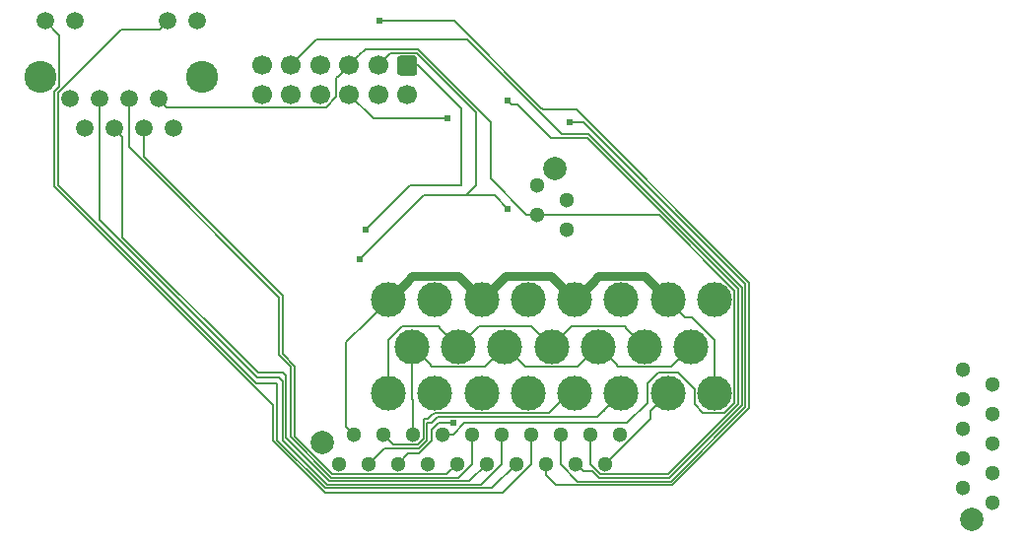
<source format=gtl>
G04 #@! TF.GenerationSoftware,KiCad,Pcbnew,5.0.2-bee76a0~70~ubuntu18.04.1*
G04 #@! TF.CreationDate,2019-04-15T21:31:07-04:00*
G04 #@! TF.ProjectId,DR_InterfaceBoard,44525f49-6e74-4657-9266-616365426f61,rev?*
G04 #@! TF.SameCoordinates,Original*
G04 #@! TF.FileFunction,Copper,L1,Top*
G04 #@! TF.FilePolarity,Positive*
%FSLAX46Y46*%
G04 Gerber Fmt 4.6, Leading zero omitted, Abs format (unit mm)*
G04 Created by KiCad (PCBNEW 5.0.2-bee76a0~70~ubuntu18.04.1) date Mon 15 Apr 2019 09:31:07 PM EDT*
%MOMM*%
%LPD*%
G01*
G04 APERTURE LIST*
G04 #@! TA.AperFunction,ComponentPad*
%ADD10C,3.000000*%
G04 #@! TD*
G04 #@! TA.AperFunction,ComponentPad*
%ADD11C,2.000000*%
G04 #@! TD*
G04 #@! TA.AperFunction,ComponentPad*
%ADD12C,1.300000*%
G04 #@! TD*
G04 #@! TA.AperFunction,ComponentPad*
%ADD13C,1.500000*%
G04 #@! TD*
G04 #@! TA.AperFunction,ComponentPad*
%ADD14C,2.750000*%
G04 #@! TD*
G04 #@! TA.AperFunction,Conductor*
%ADD15C,0.100000*%
G04 #@! TD*
G04 #@! TA.AperFunction,ComponentPad*
%ADD16C,1.700000*%
G04 #@! TD*
G04 #@! TA.AperFunction,ViaPad*
%ADD17C,0.609600*%
G04 #@! TD*
G04 #@! TA.AperFunction,Conductor*
%ADD18C,0.152400*%
G04 #@! TD*
G04 #@! TA.AperFunction,Conductor*
%ADD19C,0.762000*%
G04 #@! TD*
G04 APERTURE END LIST*
D10*
G04 #@! TO.P,J4,23*
G04 #@! TO.N,/CANL*
X67481000Y-68270000D03*
G04 #@! TO.P,J4,17*
G04 #@! TO.N,/RTD_LSD*
X91481000Y-68270000D03*
G04 #@! TO.P,J4,18*
G04 #@! TO.N,/STR_POT+*
X87481000Y-68270000D03*
G04 #@! TO.P,J4,19*
G04 #@! TO.N,/STR_POT_SENSE*
X83481000Y-68270000D03*
G04 #@! TO.P,J4,20*
G04 #@! TO.N,/STR_POT-*
X79481000Y-68270000D03*
G04 #@! TO.P,J4,21*
G04 #@! TO.N,/SCL*
X75481000Y-68270000D03*
G04 #@! TO.P,J4,22*
G04 #@! TO.N,/SDA*
X71481000Y-68270000D03*
G04 #@! TO.P,J4,10*
G04 #@! TO.N,/CANL*
X89481000Y-64270000D03*
G04 #@! TO.P,J4,11*
G04 #@! TO.N,/CANH*
X85481000Y-64270000D03*
G04 #@! TO.P,J4,13*
X77481000Y-64270000D03*
G04 #@! TO.P,J4,12*
G04 #@! TO.N,/CANL*
X81481000Y-64270000D03*
G04 #@! TO.P,J4,14*
X73481000Y-64270000D03*
G04 #@! TO.P,J4,15*
G04 #@! TO.N,/CANH*
X69481000Y-64270000D03*
G04 #@! TO.P,J4,8*
G04 #@! TO.N,+12V*
X67481000Y-60270000D03*
G04 #@! TO.P,J4,7*
G04 #@! TO.N,GND*
X71481000Y-60270000D03*
G04 #@! TO.P,J4,6*
G04 #@! TO.N,+12V*
X75481000Y-60270000D03*
G04 #@! TO.P,J4,4*
X83481000Y-60270000D03*
G04 #@! TO.P,J4,5*
G04 #@! TO.N,GND*
X79481000Y-60270000D03*
G04 #@! TO.P,J4,3*
X87481000Y-60270000D03*
G04 #@! TO.P,J4,2*
G04 #@! TO.N,+12V*
X91481000Y-60270000D03*
G04 #@! TO.P,J4,16*
X95481000Y-68270000D03*
G04 #@! TO.P,J4,9*
G04 #@! TO.N,/CANH*
X93481000Y-64270000D03*
G04 #@! TO.P,J4,1*
G04 #@! TO.N,GND*
X95481000Y-60270000D03*
G04 #@! TD*
D11*
G04 #@! TO.P,J1,11*
G04 #@! TO.N,N/C*
X117580000Y-79124000D03*
D12*
G04 #@! TO.P,J1,10*
G04 #@! TO.N,Net-(J1-Pad10)*
X116840000Y-66294000D03*
G04 #@! TO.P,J1,9*
G04 #@! TO.N,Net-(J1-Pad9)*
X119380000Y-67564000D03*
G04 #@! TO.P,J1,8*
G04 #@! TO.N,Net-(J1-Pad8)*
X116840000Y-68834000D03*
G04 #@! TO.P,J1,6*
G04 #@! TO.N,Net-(J1-Pad6)*
X116840000Y-71374000D03*
G04 #@! TO.P,J1,4*
G04 #@! TO.N,Net-(J1-Pad4)*
X116840000Y-73914000D03*
G04 #@! TO.P,J1,2*
G04 #@! TO.N,Net-(J1-Pad2)*
X116840000Y-76454000D03*
G04 #@! TO.P,J1,7*
G04 #@! TO.N,Net-(J1-Pad7)*
X119380000Y-70104000D03*
G04 #@! TO.P,J1,1*
G04 #@! TO.N,Net-(J1-Pad1)*
X119380000Y-77724000D03*
G04 #@! TO.P,J1,3*
G04 #@! TO.N,Net-(J1-Pad3)*
X119380000Y-75184000D03*
G04 #@! TO.P,J1,5*
G04 #@! TO.N,Net-(J1-Pad5)*
X119380000Y-72644000D03*
G04 #@! TD*
D11*
G04 #@! TO.P,J2,21*
G04 #@! TO.N,N/C*
X61812530Y-72553740D03*
D12*
G04 #@! TO.P,J2,20*
G04 #@! TO.N,Net-(J2-Pad20)*
X87342530Y-71813740D03*
G04 #@! TO.P,J2,19*
G04 #@! TO.N,/RTD_LSD*
X86072530Y-74353740D03*
G04 #@! TO.P,J2,18*
G04 #@! TO.N,/IMD_LED*
X84802530Y-71813740D03*
G04 #@! TO.P,J2,17*
G04 #@! TO.N,/BMS_LED*
X83532530Y-74353740D03*
G04 #@! TO.P,J2,16*
G04 #@! TO.N,/START_BTN*
X82262530Y-71813740D03*
G04 #@! TO.P,J2,15*
G04 #@! TO.N,/START_LED*
X80992530Y-74353740D03*
G04 #@! TO.P,J2,14*
G04 #@! TO.N,/RJ45_LED2*
X79722530Y-71813740D03*
G04 #@! TO.P,J2,13*
G04 #@! TO.N,/RJ45_LED1*
X78452530Y-74353740D03*
G04 #@! TO.P,J2,12*
G04 #@! TO.N,/RESET*
X77182530Y-71813740D03*
G04 #@! TO.P,J2,11*
G04 #@! TO.N,/SCK*
X75912530Y-74353740D03*
G04 #@! TO.P,J2,10*
G04 #@! TO.N,/MISO*
X74642530Y-71813740D03*
G04 #@! TO.P,J2,9*
G04 #@! TO.N,/MOSI*
X73372530Y-74353740D03*
G04 #@! TO.P,J2,8*
G04 #@! TO.N,+5V*
X72102530Y-71813740D03*
G04 #@! TO.P,J2,6*
G04 #@! TO.N,/CANH*
X69562530Y-71813740D03*
G04 #@! TO.P,J2,4*
G04 #@! TO.N,/STR_POT_SENSE*
X67022530Y-71813740D03*
G04 #@! TO.P,J2,2*
G04 #@! TO.N,+12V*
X64482530Y-71813740D03*
G04 #@! TO.P,J2,7*
G04 #@! TO.N,/CANL*
X70832530Y-74353740D03*
G04 #@! TO.P,J2,1*
G04 #@! TO.N,GND*
X63212530Y-74353740D03*
G04 #@! TO.P,J2,3*
G04 #@! TO.N,/STR_POT+*
X65752530Y-74353740D03*
G04 #@! TO.P,J2,5*
G04 #@! TO.N,/STR_POT-*
X68292530Y-74353740D03*
G04 #@! TD*
D11*
G04 #@! TO.P,J3,5*
G04 #@! TO.N,N/C*
X81764000Y-49019000D03*
D12*
G04 #@! TO.P,J3,4*
G04 #@! TO.N,GND*
X82804000Y-54229000D03*
G04 #@! TO.P,J3,2*
G04 #@! TO.N,/SDA*
X82804000Y-51689000D03*
G04 #@! TO.P,J3,1*
G04 #@! TO.N,/SCL*
X80264000Y-50419000D03*
G04 #@! TO.P,J3,3*
G04 #@! TO.N,+5V*
X80264000Y-52959000D03*
G04 #@! TD*
D13*
G04 #@! TO.P,U1,12*
G04 #@! TO.N,/RJ45_LED2*
X37973000Y-36322000D03*
G04 #@! TO.P,U1,11*
G04 #@! TO.N,GND*
X40513000Y-36322000D03*
G04 #@! TO.P,U1,9*
X51073000Y-36322000D03*
G04 #@! TO.P,U1,10*
G04 #@! TO.N,/RJ45_LED1*
X48533000Y-36322000D03*
G04 #@! TO.P,U1,1*
G04 #@! TO.N,/CANL*
X40073000Y-42952000D03*
G04 #@! TO.P,U1,3*
G04 #@! TO.N,/RESET*
X42613000Y-42952000D03*
G04 #@! TO.P,U1,5*
G04 #@! TO.N,/MISO*
X45153000Y-42952000D03*
G04 #@! TO.P,U1,7*
G04 #@! TO.N,+5V*
X47693000Y-42952000D03*
G04 #@! TO.P,U1,2*
G04 #@! TO.N,/CANH*
X41343000Y-45492000D03*
G04 #@! TO.P,U1,4*
G04 #@! TO.N,/SCK*
X43883000Y-45492000D03*
G04 #@! TO.P,U1,6*
G04 #@! TO.N,/MOSI*
X46423000Y-45492000D03*
G04 #@! TO.P,U1,8*
G04 #@! TO.N,GND*
X48963000Y-45492000D03*
D14*
G04 #@! TO.P,U1,13*
X37573000Y-41072000D03*
G04 #@! TO.P,U1,14*
X51473000Y-41072000D03*
G04 #@! TD*
D15*
G04 #@! TO.N,/SCL*
G04 #@! TO.C,J5*
G36*
X69712504Y-39283204D02*
X69736773Y-39286804D01*
X69760571Y-39292765D01*
X69783671Y-39301030D01*
X69805849Y-39311520D01*
X69826893Y-39324133D01*
X69846598Y-39338747D01*
X69864777Y-39355223D01*
X69881253Y-39373402D01*
X69895867Y-39393107D01*
X69908480Y-39414151D01*
X69918970Y-39436329D01*
X69927235Y-39459429D01*
X69933196Y-39483227D01*
X69936796Y-39507496D01*
X69938000Y-39532000D01*
X69938000Y-40732000D01*
X69936796Y-40756504D01*
X69933196Y-40780773D01*
X69927235Y-40804571D01*
X69918970Y-40827671D01*
X69908480Y-40849849D01*
X69895867Y-40870893D01*
X69881253Y-40890598D01*
X69864777Y-40908777D01*
X69846598Y-40925253D01*
X69826893Y-40939867D01*
X69805849Y-40952480D01*
X69783671Y-40962970D01*
X69760571Y-40971235D01*
X69736773Y-40977196D01*
X69712504Y-40980796D01*
X69688000Y-40982000D01*
X68488000Y-40982000D01*
X68463496Y-40980796D01*
X68439227Y-40977196D01*
X68415429Y-40971235D01*
X68392329Y-40962970D01*
X68370151Y-40952480D01*
X68349107Y-40939867D01*
X68329402Y-40925253D01*
X68311223Y-40908777D01*
X68294747Y-40890598D01*
X68280133Y-40870893D01*
X68267520Y-40849849D01*
X68257030Y-40827671D01*
X68248765Y-40804571D01*
X68242804Y-40780773D01*
X68239204Y-40756504D01*
X68238000Y-40732000D01*
X68238000Y-39532000D01*
X68239204Y-39507496D01*
X68242804Y-39483227D01*
X68248765Y-39459429D01*
X68257030Y-39436329D01*
X68267520Y-39414151D01*
X68280133Y-39393107D01*
X68294747Y-39373402D01*
X68311223Y-39355223D01*
X68329402Y-39338747D01*
X68349107Y-39324133D01*
X68370151Y-39311520D01*
X68392329Y-39301030D01*
X68415429Y-39292765D01*
X68439227Y-39286804D01*
X68463496Y-39283204D01*
X68488000Y-39282000D01*
X69688000Y-39282000D01*
X69712504Y-39283204D01*
X69712504Y-39283204D01*
G37*
D16*
G04 #@! TD*
G04 #@! TO.P,J5,1*
G04 #@! TO.N,/SCL*
X69088000Y-40132000D03*
G04 #@! TO.P,J5,2*
G04 #@! TO.N,/SDA*
X66588000Y-40132000D03*
G04 #@! TO.P,J5,3*
G04 #@! TO.N,+5V*
X64088000Y-40132000D03*
G04 #@! TO.P,J5,4*
G04 #@! TO.N,GND*
X61588000Y-40132000D03*
G04 #@! TO.P,J5,5*
G04 #@! TO.N,/BMS_LED*
X59088000Y-40132000D03*
G04 #@! TO.P,J5,6*
G04 #@! TO.N,GND*
X56588000Y-40132000D03*
G04 #@! TO.P,J5,7*
G04 #@! TO.N,/IMD_LED*
X69088000Y-42632000D03*
G04 #@! TO.P,J5,8*
G04 #@! TO.N,GND*
X66588000Y-42632000D03*
G04 #@! TO.P,J5,9*
G04 #@! TO.N,/START_BTN*
X64088000Y-42632000D03*
G04 #@! TO.P,J5,10*
G04 #@! TO.N,GND*
X61588000Y-42632000D03*
G04 #@! TO.P,J5,11*
G04 #@! TO.N,/START_LED*
X59088000Y-42632000D03*
G04 #@! TO.P,J5,12*
G04 #@! TO.N,GND*
X56588000Y-42632000D03*
G04 #@! TD*
D17*
G04 #@! TO.N,/IMD_LED*
X77724000Y-43180000D03*
G04 #@! TO.N,/START_BTN*
X72517000Y-44704000D03*
X83058000Y-45008799D03*
G04 #@! TO.N,/START_LED*
X66675000Y-36322000D03*
G04 #@! TO.N,/STR_POT-*
X73025000Y-70836811D03*
G04 #@! TO.N,/SDA*
X64998600Y-56769000D03*
X77724000Y-52451000D03*
G04 #@! TO.N,/SCL*
X65532000Y-54229000D03*
G04 #@! TD*
D18*
G04 #@! TO.N,/RTD_LSD*
X86722529Y-73703741D02*
X86072530Y-74353740D01*
X89981001Y-70445269D02*
X86722529Y-73703741D01*
X89981001Y-69769999D02*
X89981001Y-70445269D01*
X91481000Y-68270000D02*
X89981001Y-69769999D01*
G04 #@! TO.N,/IMD_LED*
X84802530Y-74384070D02*
X84802530Y-71813740D01*
X85650801Y-75232341D02*
X84802530Y-74384070D01*
X91508055Y-75232341D02*
X85650801Y-75232341D01*
X84555396Y-46355000D02*
X97536000Y-59335604D01*
X78028799Y-43484799D02*
X78536799Y-43484799D01*
X77724000Y-43180000D02*
X78028799Y-43484799D01*
X97536000Y-69204396D02*
X91508055Y-75232341D01*
X78536799Y-43484799D02*
X81407000Y-46355000D01*
X81407000Y-46355000D02*
X84555396Y-46355000D01*
X97536000Y-59335604D02*
X97536000Y-69204396D01*
G04 #@! TO.N,/BMS_LED*
X84991133Y-75003739D02*
X85552394Y-75565000D01*
X83532530Y-74353740D02*
X84182529Y-75003739D01*
X84182529Y-75003739D02*
X84991133Y-75003739D01*
X91606462Y-75565000D02*
X97840810Y-69330652D01*
X85552394Y-75565000D02*
X91606462Y-75565000D01*
X97840810Y-69330652D02*
X97840810Y-65913000D01*
X97840810Y-65913000D02*
X97840809Y-59209347D01*
X82399625Y-46050191D02*
X84681653Y-46050191D01*
X74262833Y-37913399D02*
X82399625Y-46050191D01*
X59088000Y-40132000D02*
X61306601Y-37913399D01*
X61306601Y-37913399D02*
X74262833Y-37913399D01*
X84681653Y-46050191D02*
X84911231Y-46279769D01*
X84911231Y-46279769D02*
X84986462Y-46355000D01*
X97840809Y-59209347D02*
X84986462Y-46355000D01*
X84986462Y-46355000D02*
X84847731Y-46216269D01*
G04 #@! TO.N,/START_BTN*
X67063670Y-44704000D02*
X72517000Y-44704000D01*
X64088000Y-42632000D02*
X66160000Y-44704000D01*
X66160000Y-44704000D02*
X67063670Y-44704000D01*
X84251799Y-45008799D02*
X98145620Y-58902620D01*
X82262530Y-74384070D02*
X82262530Y-71813740D01*
X98145620Y-58902620D02*
X98145620Y-69456908D01*
X83058000Y-45008799D02*
X84251799Y-45008799D01*
X83748270Y-75869810D02*
X82262530Y-74384070D01*
X98145620Y-69456908D02*
X91732719Y-75869809D01*
X91732719Y-75869809D02*
X83748270Y-75869810D01*
G04 #@! TO.N,/START_LED*
X98450429Y-58776363D02*
X83616066Y-43942000D01*
X98450430Y-69583164D02*
X98450429Y-58776363D01*
X91858976Y-76174618D02*
X98450430Y-69583164D01*
X80992530Y-74353740D02*
X80992530Y-75272978D01*
X80992530Y-75272978D02*
X81894170Y-76174618D01*
X81894170Y-76174618D02*
X91858976Y-76174618D01*
X66675000Y-36322000D02*
X73102500Y-36322000D01*
X80772000Y-43942000D02*
X80722500Y-43942000D01*
X83616066Y-43942000D02*
X80772000Y-43942000D01*
X80645000Y-43815000D02*
X80772000Y-43942000D01*
X80595500Y-43815000D02*
X80645000Y-43815000D01*
X73102500Y-36322000D02*
X80595500Y-43815000D01*
G04 #@! TO.N,/RJ45_LED2*
X79722530Y-74384070D02*
X79722530Y-71813740D01*
X62002868Y-76835000D02*
X77271600Y-76835000D01*
X57531000Y-72363132D02*
X62002868Y-76835000D01*
X39176601Y-37525601D02*
X39176601Y-41969003D01*
X77271600Y-76835000D02*
X79722530Y-74384070D01*
X57531000Y-69342000D02*
X57531000Y-72363132D01*
X37973000Y-36322000D02*
X39176601Y-37525601D01*
X39176601Y-41969003D02*
X38735000Y-42410604D01*
X38735000Y-42410604D02*
X38735000Y-50546000D01*
X38735000Y-50546000D02*
X57531000Y-69342000D01*
G04 #@! TO.N,/RJ45_LED1*
X78452530Y-74353740D02*
X76354692Y-76451578D01*
X62050511Y-76451577D02*
X57912000Y-72313066D01*
X76354692Y-76451578D02*
X62050511Y-76451577D01*
X57912000Y-67564000D02*
X57912000Y-69596000D01*
X57785000Y-67437000D02*
X57912000Y-67564000D01*
X39094399Y-50397399D02*
X56134000Y-67437000D01*
X57912000Y-69596000D02*
X57912000Y-68961000D01*
X39094399Y-42482271D02*
X39094399Y-50397399D01*
X57912000Y-72313066D02*
X57912000Y-69596000D01*
X48533000Y-36322000D02*
X47783001Y-37071999D01*
X56134000Y-67437000D02*
X57785000Y-67437000D01*
X47783001Y-37071999D02*
X44504671Y-37071999D01*
X44504671Y-37071999D02*
X39094399Y-42482271D01*
G04 #@! TO.N,/RESET*
X75419832Y-76146768D02*
X62176768Y-76146768D01*
X77182530Y-71813740D02*
X77182530Y-74384070D01*
X77182530Y-74384070D02*
X75419832Y-76146768D01*
X62176768Y-76146768D02*
X58369190Y-72339190D01*
X42613000Y-53344396D02*
X56197604Y-66929000D01*
X42613000Y-42952000D02*
X42613000Y-53344396D01*
X56197604Y-66929000D02*
X58039000Y-66929000D01*
X58369190Y-67259190D02*
X58369190Y-68961000D01*
X58039000Y-66929000D02*
X58369190Y-67259190D01*
X58369190Y-72339190D02*
X58369190Y-68961000D01*
X58369190Y-68961000D02*
X58369190Y-68910190D01*
G04 #@! TO.N,/SCK*
X62420287Y-75841959D02*
X58674000Y-72095672D01*
X75912530Y-74353740D02*
X74424310Y-75841960D01*
X74424310Y-75841960D02*
X62420287Y-75841959D01*
X44632999Y-54933329D02*
X56247670Y-66548000D01*
X43883000Y-45492000D02*
X44632999Y-46241999D01*
X44632999Y-46241999D02*
X44632999Y-54933329D01*
X56247670Y-66548000D02*
X58420000Y-66548000D01*
X58674000Y-66802000D02*
X58674000Y-68834000D01*
X58420000Y-66548000D02*
X58674000Y-66802000D01*
X58674000Y-72095672D02*
X58674000Y-68834000D01*
X58674000Y-68834000D02*
X58674000Y-68707000D01*
G04 #@! TO.N,/MISO*
X62546544Y-75537150D02*
X59055000Y-72045606D01*
X73489449Y-75537151D02*
X62546544Y-75537150D01*
X74642530Y-71813740D02*
X74642530Y-74384070D01*
X74642530Y-74384070D02*
X73489449Y-75537151D01*
X59055000Y-72045606D02*
X59055000Y-68961000D01*
X59055000Y-68961000D02*
X59055000Y-68707000D01*
X45153000Y-47155396D02*
X45153000Y-42952000D01*
X58039000Y-65024000D02*
X58039000Y-60041396D01*
X58039000Y-60041396D02*
X45153000Y-47155396D01*
X59055000Y-66040000D02*
X58039000Y-65024000D01*
X59055000Y-68961000D02*
X59055000Y-66040000D01*
G04 #@! TO.N,/MOSI*
X72493929Y-75232341D02*
X73372530Y-74353740D01*
X59436000Y-71995540D02*
X62672801Y-75232341D01*
X59436000Y-65989934D02*
X59436000Y-71995540D01*
X58372670Y-64926604D02*
X59436000Y-65989934D01*
X62672801Y-75232341D02*
X72493929Y-75232341D01*
X58372670Y-59944000D02*
X58372670Y-64926604D01*
X46423000Y-47994330D02*
X58372670Y-59944000D01*
X46423000Y-45492000D02*
X46423000Y-47994330D01*
G04 #@! TO.N,+5V*
X64937999Y-39282001D02*
X64088000Y-40132000D01*
X65471420Y-38748580D02*
X64937999Y-39282001D01*
X70012504Y-38748580D02*
X65471420Y-38748580D01*
X76240649Y-44976725D02*
X70012504Y-38748580D01*
X63009399Y-41210601D02*
X63238001Y-40981999D01*
X63009399Y-42806931D02*
X63009399Y-41210601D01*
X62105729Y-43710601D02*
X63009399Y-42806931D01*
X48451601Y-43710601D02*
X62105729Y-43710601D01*
X63238001Y-40981999D02*
X64088000Y-40132000D01*
X47693000Y-42952000D02*
X48451601Y-43710601D01*
X93752399Y-67983069D02*
X93752399Y-69241399D01*
X92310729Y-66541399D02*
X93752399Y-67983069D01*
X73021768Y-71813740D02*
X73969508Y-70866000D01*
X90651271Y-66541399D02*
X92310729Y-66541399D01*
X72102530Y-71813740D02*
X73021768Y-71813740D01*
X73969508Y-70866000D02*
X87986128Y-70866000D01*
X87986128Y-70866000D02*
X89752399Y-69099729D01*
X89752399Y-69099729D02*
X89752399Y-67440271D01*
X89752399Y-67440271D02*
X90651271Y-66541399D01*
X97209601Y-69099729D02*
X97209601Y-59440271D01*
X96310729Y-69998601D02*
X97209601Y-69099729D01*
X94509601Y-69998601D02*
X96310729Y-69998601D01*
X93752399Y-69241399D02*
X94509601Y-69998601D01*
X76240649Y-49854887D02*
X76240649Y-48895000D01*
X79344762Y-52959000D02*
X76240649Y-49854887D01*
X80264000Y-52959000D02*
X79344762Y-52959000D01*
X76240649Y-48895000D02*
X76240649Y-44976725D01*
X90728330Y-52959000D02*
X90855330Y-53086000D01*
X80264000Y-52959000D02*
X90728330Y-52959000D01*
X97209601Y-59440271D02*
X90855330Y-53086000D01*
G04 #@! TO.N,/CANH*
X69481000Y-64270000D02*
X69481000Y-68828330D01*
X86980999Y-65769999D02*
X85481000Y-64270000D01*
X87209601Y-65998601D02*
X86980999Y-65769999D01*
X91752399Y-65998601D02*
X87209601Y-65998601D01*
X93481000Y-64270000D02*
X91752399Y-65998601D01*
X78980999Y-65769999D02*
X77481000Y-64270000D01*
X79209601Y-65998601D02*
X78980999Y-65769999D01*
X83752399Y-65998601D02*
X79209601Y-65998601D01*
X85481000Y-64270000D02*
X83752399Y-65998601D01*
X71209601Y-65998601D02*
X70980999Y-65769999D01*
X75752399Y-65998601D02*
X71209601Y-65998601D01*
X70980999Y-65769999D02*
X69481000Y-64270000D01*
X77481000Y-64270000D02*
X75752399Y-65998601D01*
X69562530Y-68909860D02*
X69562530Y-71813740D01*
X69481000Y-68828330D02*
X69562530Y-68909860D01*
G04 #@! TO.N,/STR_POT_SENSE*
X69984259Y-72692341D02*
X70485000Y-72191600D01*
X67022530Y-71813740D02*
X67901131Y-72692341D01*
X67901131Y-72692341D02*
X69984259Y-72692341D01*
X70485000Y-72191600D02*
X70485000Y-72130940D01*
X70485000Y-72191600D02*
X70485000Y-70485000D01*
X70485000Y-70485000D02*
X70866000Y-70485000D01*
X71374000Y-70104000D02*
X71479399Y-69998601D01*
X71479399Y-69998601D02*
X81257333Y-69998601D01*
X82985934Y-68270000D02*
X83481000Y-68270000D01*
X81257333Y-69998601D02*
X82985934Y-68270000D01*
X70866000Y-70485000D02*
X71247000Y-70104000D01*
X71247000Y-70104000D02*
X71374000Y-70104000D01*
G04 #@! TO.N,+12V*
X63832531Y-71163741D02*
X64482530Y-71813740D01*
X67481000Y-60270000D02*
X65752399Y-61998601D01*
D19*
X89447599Y-58236599D02*
X85514401Y-58236599D01*
X84980999Y-58770001D02*
X83481000Y-60270000D01*
X85514401Y-58236599D02*
X84980999Y-58770001D01*
X91481000Y-60270000D02*
X89447599Y-58236599D01*
X77514401Y-58236599D02*
X76980999Y-58770001D01*
X76980999Y-58770001D02*
X75481000Y-60270000D01*
X81447599Y-58236599D02*
X77514401Y-58236599D01*
X83481000Y-60270000D02*
X81447599Y-58236599D01*
X68980999Y-58770001D02*
X67481000Y-60270000D01*
X73447599Y-58236599D02*
X69514401Y-58236599D01*
X69514401Y-58236599D02*
X68980999Y-58770001D01*
X75481000Y-60270000D02*
X73447599Y-58236599D01*
D18*
X95481000Y-66148680D02*
X95481000Y-68270000D01*
X95481000Y-63711670D02*
X95481000Y-66148680D01*
X93539329Y-61769999D02*
X95481000Y-63711670D01*
X92980999Y-61769999D02*
X93539329Y-61769999D01*
X91481000Y-60270000D02*
X92980999Y-61769999D01*
X63832531Y-63918469D02*
X65752399Y-61998601D01*
X63832531Y-71163741D02*
X63832531Y-63918469D01*
G04 #@! TO.N,/CANL*
X71981001Y-62770001D02*
X73481000Y-64270000D01*
X68651271Y-62541399D02*
X71752399Y-62541399D01*
X71752399Y-62541399D02*
X71981001Y-62770001D01*
X67481000Y-63711670D02*
X68651271Y-62541399D01*
X67481000Y-68270000D02*
X67481000Y-63711670D01*
X79981001Y-62770001D02*
X81481000Y-64270000D01*
X79752399Y-62541399D02*
X79981001Y-62770001D01*
X75209601Y-62541399D02*
X79752399Y-62541399D01*
X73481000Y-64270000D02*
X75209601Y-62541399D01*
X87981001Y-62770001D02*
X89481000Y-64270000D01*
X83209601Y-62541399D02*
X87752399Y-62541399D01*
X87752399Y-62541399D02*
X87981001Y-62770001D01*
X81481000Y-64270000D02*
X83209601Y-62541399D01*
G04 #@! TO.N,/STR_POT+*
X85447589Y-70303411D02*
X86028000Y-69723000D01*
X71682589Y-70303411D02*
X85447589Y-70303411D01*
X86028000Y-69723000D02*
X87481000Y-68270000D01*
X70110516Y-72997150D02*
X70789810Y-72317856D01*
X85981001Y-69769999D02*
X86028000Y-69723000D01*
X70815190Y-70789810D02*
X71196190Y-70789810D01*
X70789810Y-70815190D02*
X70815190Y-70789810D01*
X65752530Y-74353740D02*
X67109119Y-72997151D01*
X70789810Y-72317856D02*
X70789810Y-70815190D01*
X71196190Y-70789810D02*
X71682589Y-70303411D01*
X67109119Y-72997151D02*
X70110516Y-72997150D01*
G04 #@! TO.N,/STR_POT-*
X72593948Y-70836811D02*
X73025000Y-70836811D01*
X68292530Y-74353740D02*
X69171131Y-73475139D01*
X71779129Y-70836811D02*
X72593948Y-70836811D01*
X69171131Y-73475139D02*
X70063591Y-73475139D01*
X70063591Y-73475139D02*
X71223929Y-72314803D01*
X71223929Y-71392011D02*
X71779129Y-70836811D01*
X71223929Y-72314803D02*
X71223929Y-71392011D01*
G04 #@! TO.N,/SDA*
X74970649Y-46961481D02*
X74970649Y-47880719D01*
X74970649Y-44137791D02*
X74970649Y-46961481D01*
X69886248Y-39053390D02*
X74970649Y-44137791D01*
X67666610Y-39053390D02*
X69886248Y-39053390D01*
X66588000Y-40132000D02*
X67666610Y-39053390D01*
X74970649Y-48799957D02*
X74970649Y-47880719D01*
X74122378Y-51299320D02*
X74970649Y-50451049D01*
X70468280Y-51299320D02*
X74122378Y-51299320D01*
X74970649Y-50451049D02*
X74970649Y-48799957D01*
X64998600Y-56769000D02*
X70468280Y-51299320D01*
X74122378Y-51299320D02*
X76572320Y-51299320D01*
X76572320Y-51299320D02*
X77724000Y-52451000D01*
G04 #@! TO.N,/SCL*
X73700649Y-49501481D02*
X73700649Y-50420719D01*
X73700649Y-43794649D02*
X73700649Y-49501481D01*
X70038000Y-40132000D02*
X73700649Y-43794649D01*
X69088000Y-40132000D02*
X70038000Y-40132000D01*
X69340281Y-50420719D02*
X73700649Y-50420719D01*
X65532000Y-54229000D02*
X69340281Y-50420719D01*
G04 #@! TD*
M02*

</source>
